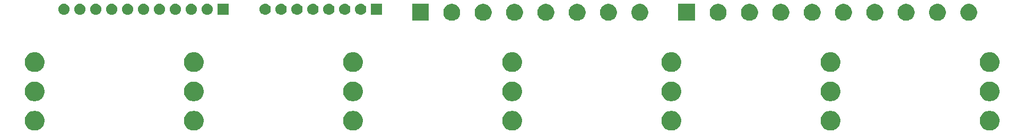
<source format=gbr>
G04 #@! TF.GenerationSoftware,KiCad,Pcbnew,(5.1.2)-2*
G04 #@! TF.CreationDate,2020-02-17T19:57:39-06:00*
G04 #@! TF.ProjectId,Switches4,53776974-6368-4657-9334-2e6b69636164,rev?*
G04 #@! TF.SameCoordinates,Original*
G04 #@! TF.FileFunction,Soldermask,Top*
G04 #@! TF.FilePolarity,Negative*
%FSLAX46Y46*%
G04 Gerber Fmt 4.6, Leading zero omitted, Abs format (unit mm)*
G04 Created by KiCad (PCBNEW (5.1.2)-2) date 2020-02-17 19:57:39*
%MOMM*%
%LPD*%
G04 APERTURE LIST*
%ADD10C,0.100000*%
G04 APERTURE END LIST*
D10*
G36*
X211127267Y-70847263D02*
G01*
X211279411Y-70877526D01*
X211398137Y-70926704D01*
X211566041Y-70996252D01*
X211566042Y-70996253D01*
X211824004Y-71168617D01*
X212043383Y-71387996D01*
X212158553Y-71560361D01*
X212215748Y-71645959D01*
X212334474Y-71932590D01*
X212395000Y-72236875D01*
X212395000Y-72547125D01*
X212334474Y-72851410D01*
X212215748Y-73138041D01*
X212215747Y-73138042D01*
X212043383Y-73396004D01*
X211824004Y-73615383D01*
X211651639Y-73730553D01*
X211566041Y-73787748D01*
X211398137Y-73857296D01*
X211279411Y-73906474D01*
X210975125Y-73967000D01*
X210664875Y-73967000D01*
X210360589Y-73906474D01*
X210241863Y-73857296D01*
X210073959Y-73787748D01*
X209988361Y-73730553D01*
X209815996Y-73615383D01*
X209596617Y-73396004D01*
X209424253Y-73138042D01*
X209424252Y-73138041D01*
X209305526Y-72851410D01*
X209245000Y-72547125D01*
X209245000Y-72236875D01*
X209305526Y-71932590D01*
X209424252Y-71645959D01*
X209481447Y-71560361D01*
X209596617Y-71387996D01*
X209815996Y-71168617D01*
X210073958Y-70996253D01*
X210073959Y-70996252D01*
X210241863Y-70926704D01*
X210360589Y-70877526D01*
X210664875Y-70817000D01*
X210975125Y-70817000D01*
X211127267Y-70847263D01*
X211127267Y-70847263D01*
G37*
G36*
X185727267Y-70847263D02*
G01*
X185879411Y-70877526D01*
X185998137Y-70926704D01*
X186166041Y-70996252D01*
X186166042Y-70996253D01*
X186424004Y-71168617D01*
X186643383Y-71387996D01*
X186758553Y-71560361D01*
X186815748Y-71645959D01*
X186934474Y-71932590D01*
X186995000Y-72236875D01*
X186995000Y-72547125D01*
X186934474Y-72851410D01*
X186815748Y-73138041D01*
X186815747Y-73138042D01*
X186643383Y-73396004D01*
X186424004Y-73615383D01*
X186251639Y-73730553D01*
X186166041Y-73787748D01*
X185998137Y-73857296D01*
X185879411Y-73906474D01*
X185575125Y-73967000D01*
X185264875Y-73967000D01*
X184960589Y-73906474D01*
X184841863Y-73857296D01*
X184673959Y-73787748D01*
X184588361Y-73730553D01*
X184415996Y-73615383D01*
X184196617Y-73396004D01*
X184024253Y-73138042D01*
X184024252Y-73138041D01*
X183905526Y-72851410D01*
X183845000Y-72547125D01*
X183845000Y-72236875D01*
X183905526Y-71932590D01*
X184024252Y-71645959D01*
X184081447Y-71560361D01*
X184196617Y-71387996D01*
X184415996Y-71168617D01*
X184673958Y-70996253D01*
X184673959Y-70996252D01*
X184841863Y-70926704D01*
X184960589Y-70877526D01*
X185264875Y-70817000D01*
X185575125Y-70817000D01*
X185727267Y-70847263D01*
X185727267Y-70847263D01*
G37*
G36*
X84127267Y-70847263D02*
G01*
X84279411Y-70877526D01*
X84398137Y-70926704D01*
X84566041Y-70996252D01*
X84566042Y-70996253D01*
X84824004Y-71168617D01*
X85043383Y-71387996D01*
X85158553Y-71560361D01*
X85215748Y-71645959D01*
X85334474Y-71932590D01*
X85395000Y-72236875D01*
X85395000Y-72547125D01*
X85334474Y-72851410D01*
X85215748Y-73138041D01*
X85215747Y-73138042D01*
X85043383Y-73396004D01*
X84824004Y-73615383D01*
X84651639Y-73730553D01*
X84566041Y-73787748D01*
X84398137Y-73857296D01*
X84279411Y-73906474D01*
X83975125Y-73967000D01*
X83664875Y-73967000D01*
X83360589Y-73906474D01*
X83241863Y-73857296D01*
X83073959Y-73787748D01*
X82988361Y-73730553D01*
X82815996Y-73615383D01*
X82596617Y-73396004D01*
X82424253Y-73138042D01*
X82424252Y-73138041D01*
X82305526Y-72851410D01*
X82245000Y-72547125D01*
X82245000Y-72236875D01*
X82305526Y-71932590D01*
X82424252Y-71645959D01*
X82481447Y-71560361D01*
X82596617Y-71387996D01*
X82815996Y-71168617D01*
X83073958Y-70996253D01*
X83073959Y-70996252D01*
X83241863Y-70926704D01*
X83360589Y-70877526D01*
X83512733Y-70847263D01*
X83664875Y-70817000D01*
X83975125Y-70817000D01*
X84127267Y-70847263D01*
X84127267Y-70847263D01*
G37*
G36*
X109527267Y-70847263D02*
G01*
X109679411Y-70877526D01*
X109798137Y-70926704D01*
X109966041Y-70996252D01*
X109966042Y-70996253D01*
X110224004Y-71168617D01*
X110443383Y-71387996D01*
X110558553Y-71560361D01*
X110615748Y-71645959D01*
X110734474Y-71932590D01*
X110795000Y-72236875D01*
X110795000Y-72547125D01*
X110734474Y-72851410D01*
X110615748Y-73138041D01*
X110615747Y-73138042D01*
X110443383Y-73396004D01*
X110224004Y-73615383D01*
X110051639Y-73730553D01*
X109966041Y-73787748D01*
X109798137Y-73857296D01*
X109679411Y-73906474D01*
X109375125Y-73967000D01*
X109064875Y-73967000D01*
X108760589Y-73906474D01*
X108641863Y-73857296D01*
X108473959Y-73787748D01*
X108388361Y-73730553D01*
X108215996Y-73615383D01*
X107996617Y-73396004D01*
X107824253Y-73138042D01*
X107824252Y-73138041D01*
X107705526Y-72851410D01*
X107645000Y-72547125D01*
X107645000Y-72236875D01*
X107705526Y-71932590D01*
X107824252Y-71645959D01*
X107881447Y-71560361D01*
X107996617Y-71387996D01*
X108215996Y-71168617D01*
X108473958Y-70996253D01*
X108473959Y-70996252D01*
X108641863Y-70926704D01*
X108760589Y-70877526D01*
X108912733Y-70847263D01*
X109064875Y-70817000D01*
X109375125Y-70817000D01*
X109527267Y-70847263D01*
X109527267Y-70847263D01*
G37*
G36*
X160327267Y-70847263D02*
G01*
X160479411Y-70877526D01*
X160598137Y-70926704D01*
X160766041Y-70996252D01*
X160766042Y-70996253D01*
X161024004Y-71168617D01*
X161243383Y-71387996D01*
X161358553Y-71560361D01*
X161415748Y-71645959D01*
X161534474Y-71932590D01*
X161595000Y-72236875D01*
X161595000Y-72547125D01*
X161534474Y-72851410D01*
X161415748Y-73138041D01*
X161415747Y-73138042D01*
X161243383Y-73396004D01*
X161024004Y-73615383D01*
X160851639Y-73730553D01*
X160766041Y-73787748D01*
X160598137Y-73857296D01*
X160479411Y-73906474D01*
X160175125Y-73967000D01*
X159864875Y-73967000D01*
X159560589Y-73906474D01*
X159441863Y-73857296D01*
X159273959Y-73787748D01*
X159188361Y-73730553D01*
X159015996Y-73615383D01*
X158796617Y-73396004D01*
X158624253Y-73138042D01*
X158624252Y-73138041D01*
X158505526Y-72851410D01*
X158445000Y-72547125D01*
X158445000Y-72236875D01*
X158505526Y-71932590D01*
X158624252Y-71645959D01*
X158681447Y-71560361D01*
X158796617Y-71387996D01*
X159015996Y-71168617D01*
X159273958Y-70996253D01*
X159273959Y-70996252D01*
X159441863Y-70926704D01*
X159560589Y-70877526D01*
X159712733Y-70847263D01*
X159864875Y-70817000D01*
X160175125Y-70817000D01*
X160327267Y-70847263D01*
X160327267Y-70847263D01*
G37*
G36*
X58727267Y-70847263D02*
G01*
X58879411Y-70877526D01*
X58998137Y-70926704D01*
X59166041Y-70996252D01*
X59166042Y-70996253D01*
X59424004Y-71168617D01*
X59643383Y-71387996D01*
X59758553Y-71560361D01*
X59815748Y-71645959D01*
X59934474Y-71932590D01*
X59995000Y-72236875D01*
X59995000Y-72547125D01*
X59934474Y-72851410D01*
X59815748Y-73138041D01*
X59815747Y-73138042D01*
X59643383Y-73396004D01*
X59424004Y-73615383D01*
X59251639Y-73730553D01*
X59166041Y-73787748D01*
X58998137Y-73857296D01*
X58879411Y-73906474D01*
X58575125Y-73967000D01*
X58264875Y-73967000D01*
X57960589Y-73906474D01*
X57841863Y-73857296D01*
X57673959Y-73787748D01*
X57588361Y-73730553D01*
X57415996Y-73615383D01*
X57196617Y-73396004D01*
X57024253Y-73138042D01*
X57024252Y-73138041D01*
X56905526Y-72851410D01*
X56845000Y-72547125D01*
X56845000Y-72236875D01*
X56905526Y-71932590D01*
X57024252Y-71645959D01*
X57081447Y-71560361D01*
X57196617Y-71387996D01*
X57415996Y-71168617D01*
X57673958Y-70996253D01*
X57673959Y-70996252D01*
X57841863Y-70926704D01*
X57960589Y-70877526D01*
X58112733Y-70847263D01*
X58264875Y-70817000D01*
X58575125Y-70817000D01*
X58727267Y-70847263D01*
X58727267Y-70847263D01*
G37*
G36*
X134927267Y-70847263D02*
G01*
X135079411Y-70877526D01*
X135198137Y-70926704D01*
X135366041Y-70996252D01*
X135366042Y-70996253D01*
X135624004Y-71168617D01*
X135843383Y-71387996D01*
X135958553Y-71560361D01*
X136015748Y-71645959D01*
X136134474Y-71932590D01*
X136195000Y-72236875D01*
X136195000Y-72547125D01*
X136134474Y-72851410D01*
X136015748Y-73138041D01*
X136015747Y-73138042D01*
X135843383Y-73396004D01*
X135624004Y-73615383D01*
X135451639Y-73730553D01*
X135366041Y-73787748D01*
X135198137Y-73857296D01*
X135079411Y-73906474D01*
X134775125Y-73967000D01*
X134464875Y-73967000D01*
X134160589Y-73906474D01*
X134041863Y-73857296D01*
X133873959Y-73787748D01*
X133788361Y-73730553D01*
X133615996Y-73615383D01*
X133396617Y-73396004D01*
X133224253Y-73138042D01*
X133224252Y-73138041D01*
X133105526Y-72851410D01*
X133045000Y-72547125D01*
X133045000Y-72236875D01*
X133105526Y-71932590D01*
X133224252Y-71645959D01*
X133281447Y-71560361D01*
X133396617Y-71387996D01*
X133615996Y-71168617D01*
X133873958Y-70996253D01*
X133873959Y-70996252D01*
X134041863Y-70926704D01*
X134160589Y-70877526D01*
X134312733Y-70847263D01*
X134464875Y-70817000D01*
X134775125Y-70817000D01*
X134927267Y-70847263D01*
X134927267Y-70847263D01*
G37*
G36*
X135079411Y-66177526D02*
G01*
X135198137Y-66226704D01*
X135366041Y-66296252D01*
X135366042Y-66296253D01*
X135624004Y-66468617D01*
X135843383Y-66687996D01*
X135958553Y-66860361D01*
X136015748Y-66945959D01*
X136134474Y-67232590D01*
X136195000Y-67536875D01*
X136195000Y-67847125D01*
X136134474Y-68151410D01*
X136015748Y-68438041D01*
X136015747Y-68438042D01*
X135843383Y-68696004D01*
X135624004Y-68915383D01*
X135451639Y-69030553D01*
X135366041Y-69087748D01*
X135198137Y-69157296D01*
X135079411Y-69206474D01*
X134927267Y-69236737D01*
X134775125Y-69267000D01*
X134464875Y-69267000D01*
X134312733Y-69236737D01*
X134160589Y-69206474D01*
X134041863Y-69157296D01*
X133873959Y-69087748D01*
X133788361Y-69030553D01*
X133615996Y-68915383D01*
X133396617Y-68696004D01*
X133224253Y-68438042D01*
X133224252Y-68438041D01*
X133105526Y-68151410D01*
X133045000Y-67847125D01*
X133045000Y-67536875D01*
X133105526Y-67232590D01*
X133224252Y-66945959D01*
X133281447Y-66860361D01*
X133396617Y-66687996D01*
X133615996Y-66468617D01*
X133873958Y-66296253D01*
X133873959Y-66296252D01*
X134041863Y-66226704D01*
X134160589Y-66177526D01*
X134464875Y-66117000D01*
X134775125Y-66117000D01*
X135079411Y-66177526D01*
X135079411Y-66177526D01*
G37*
G36*
X211279411Y-66177526D02*
G01*
X211398137Y-66226704D01*
X211566041Y-66296252D01*
X211566042Y-66296253D01*
X211824004Y-66468617D01*
X212043383Y-66687996D01*
X212158553Y-66860361D01*
X212215748Y-66945959D01*
X212334474Y-67232590D01*
X212395000Y-67536875D01*
X212395000Y-67847125D01*
X212334474Y-68151410D01*
X212215748Y-68438041D01*
X212215747Y-68438042D01*
X212043383Y-68696004D01*
X211824004Y-68915383D01*
X211651639Y-69030553D01*
X211566041Y-69087748D01*
X211398137Y-69157296D01*
X211279411Y-69206474D01*
X211127267Y-69236737D01*
X210975125Y-69267000D01*
X210664875Y-69267000D01*
X210512733Y-69236737D01*
X210360589Y-69206474D01*
X210241863Y-69157296D01*
X210073959Y-69087748D01*
X209988361Y-69030553D01*
X209815996Y-68915383D01*
X209596617Y-68696004D01*
X209424253Y-68438042D01*
X209424252Y-68438041D01*
X209305526Y-68151410D01*
X209245000Y-67847125D01*
X209245000Y-67536875D01*
X209305526Y-67232590D01*
X209424252Y-66945959D01*
X209481447Y-66860361D01*
X209596617Y-66687996D01*
X209815996Y-66468617D01*
X210073958Y-66296253D01*
X210073959Y-66296252D01*
X210241863Y-66226704D01*
X210360589Y-66177526D01*
X210664875Y-66117000D01*
X210975125Y-66117000D01*
X211279411Y-66177526D01*
X211279411Y-66177526D01*
G37*
G36*
X58879411Y-66177526D02*
G01*
X58998137Y-66226704D01*
X59166041Y-66296252D01*
X59166042Y-66296253D01*
X59424004Y-66468617D01*
X59643383Y-66687996D01*
X59758553Y-66860361D01*
X59815748Y-66945959D01*
X59934474Y-67232590D01*
X59995000Y-67536875D01*
X59995000Y-67847125D01*
X59934474Y-68151410D01*
X59815748Y-68438041D01*
X59815747Y-68438042D01*
X59643383Y-68696004D01*
X59424004Y-68915383D01*
X59251639Y-69030553D01*
X59166041Y-69087748D01*
X58998137Y-69157296D01*
X58879411Y-69206474D01*
X58727267Y-69236737D01*
X58575125Y-69267000D01*
X58264875Y-69267000D01*
X58112733Y-69236737D01*
X57960589Y-69206474D01*
X57841863Y-69157296D01*
X57673959Y-69087748D01*
X57588361Y-69030553D01*
X57415996Y-68915383D01*
X57196617Y-68696004D01*
X57024253Y-68438042D01*
X57024252Y-68438041D01*
X56905526Y-68151410D01*
X56845000Y-67847125D01*
X56845000Y-67536875D01*
X56905526Y-67232590D01*
X57024252Y-66945959D01*
X57081447Y-66860361D01*
X57196617Y-66687996D01*
X57415996Y-66468617D01*
X57673958Y-66296253D01*
X57673959Y-66296252D01*
X57841863Y-66226704D01*
X57960589Y-66177526D01*
X58264875Y-66117000D01*
X58575125Y-66117000D01*
X58879411Y-66177526D01*
X58879411Y-66177526D01*
G37*
G36*
X185879411Y-66177526D02*
G01*
X185998137Y-66226704D01*
X186166041Y-66296252D01*
X186166042Y-66296253D01*
X186424004Y-66468617D01*
X186643383Y-66687996D01*
X186758553Y-66860361D01*
X186815748Y-66945959D01*
X186934474Y-67232590D01*
X186995000Y-67536875D01*
X186995000Y-67847125D01*
X186934474Y-68151410D01*
X186815748Y-68438041D01*
X186815747Y-68438042D01*
X186643383Y-68696004D01*
X186424004Y-68915383D01*
X186251639Y-69030553D01*
X186166041Y-69087748D01*
X185998137Y-69157296D01*
X185879411Y-69206474D01*
X185727267Y-69236737D01*
X185575125Y-69267000D01*
X185264875Y-69267000D01*
X185112733Y-69236737D01*
X184960589Y-69206474D01*
X184841863Y-69157296D01*
X184673959Y-69087748D01*
X184588361Y-69030553D01*
X184415996Y-68915383D01*
X184196617Y-68696004D01*
X184024253Y-68438042D01*
X184024252Y-68438041D01*
X183905526Y-68151410D01*
X183845000Y-67847125D01*
X183845000Y-67536875D01*
X183905526Y-67232590D01*
X184024252Y-66945959D01*
X184081447Y-66860361D01*
X184196617Y-66687996D01*
X184415996Y-66468617D01*
X184673958Y-66296253D01*
X184673959Y-66296252D01*
X184841863Y-66226704D01*
X184960589Y-66177526D01*
X185264875Y-66117000D01*
X185575125Y-66117000D01*
X185879411Y-66177526D01*
X185879411Y-66177526D01*
G37*
G36*
X160479411Y-66177526D02*
G01*
X160598137Y-66226704D01*
X160766041Y-66296252D01*
X160766042Y-66296253D01*
X161024004Y-66468617D01*
X161243383Y-66687996D01*
X161358553Y-66860361D01*
X161415748Y-66945959D01*
X161534474Y-67232590D01*
X161595000Y-67536875D01*
X161595000Y-67847125D01*
X161534474Y-68151410D01*
X161415748Y-68438041D01*
X161415747Y-68438042D01*
X161243383Y-68696004D01*
X161024004Y-68915383D01*
X160851639Y-69030553D01*
X160766041Y-69087748D01*
X160598137Y-69157296D01*
X160479411Y-69206474D01*
X160327267Y-69236737D01*
X160175125Y-69267000D01*
X159864875Y-69267000D01*
X159712733Y-69236737D01*
X159560589Y-69206474D01*
X159441863Y-69157296D01*
X159273959Y-69087748D01*
X159188361Y-69030553D01*
X159015996Y-68915383D01*
X158796617Y-68696004D01*
X158624253Y-68438042D01*
X158624252Y-68438041D01*
X158505526Y-68151410D01*
X158445000Y-67847125D01*
X158445000Y-67536875D01*
X158505526Y-67232590D01*
X158624252Y-66945959D01*
X158681447Y-66860361D01*
X158796617Y-66687996D01*
X159015996Y-66468617D01*
X159273958Y-66296253D01*
X159273959Y-66296252D01*
X159441863Y-66226704D01*
X159560589Y-66177526D01*
X159864875Y-66117000D01*
X160175125Y-66117000D01*
X160479411Y-66177526D01*
X160479411Y-66177526D01*
G37*
G36*
X109679411Y-66177526D02*
G01*
X109798137Y-66226704D01*
X109966041Y-66296252D01*
X109966042Y-66296253D01*
X110224004Y-66468617D01*
X110443383Y-66687996D01*
X110558553Y-66860361D01*
X110615748Y-66945959D01*
X110734474Y-67232590D01*
X110795000Y-67536875D01*
X110795000Y-67847125D01*
X110734474Y-68151410D01*
X110615748Y-68438041D01*
X110615747Y-68438042D01*
X110443383Y-68696004D01*
X110224004Y-68915383D01*
X110051639Y-69030553D01*
X109966041Y-69087748D01*
X109798137Y-69157296D01*
X109679411Y-69206474D01*
X109527267Y-69236737D01*
X109375125Y-69267000D01*
X109064875Y-69267000D01*
X108912733Y-69236737D01*
X108760589Y-69206474D01*
X108641863Y-69157296D01*
X108473959Y-69087748D01*
X108388361Y-69030553D01*
X108215996Y-68915383D01*
X107996617Y-68696004D01*
X107824253Y-68438042D01*
X107824252Y-68438041D01*
X107705526Y-68151410D01*
X107645000Y-67847125D01*
X107645000Y-67536875D01*
X107705526Y-67232590D01*
X107824252Y-66945959D01*
X107881447Y-66860361D01*
X107996617Y-66687996D01*
X108215996Y-66468617D01*
X108473958Y-66296253D01*
X108473959Y-66296252D01*
X108641863Y-66226704D01*
X108760589Y-66177526D01*
X109064875Y-66117000D01*
X109375125Y-66117000D01*
X109679411Y-66177526D01*
X109679411Y-66177526D01*
G37*
G36*
X84279411Y-66177526D02*
G01*
X84398137Y-66226704D01*
X84566041Y-66296252D01*
X84566042Y-66296253D01*
X84824004Y-66468617D01*
X85043383Y-66687996D01*
X85158553Y-66860361D01*
X85215748Y-66945959D01*
X85334474Y-67232590D01*
X85395000Y-67536875D01*
X85395000Y-67847125D01*
X85334474Y-68151410D01*
X85215748Y-68438041D01*
X85215747Y-68438042D01*
X85043383Y-68696004D01*
X84824004Y-68915383D01*
X84651639Y-69030553D01*
X84566041Y-69087748D01*
X84398137Y-69157296D01*
X84279411Y-69206474D01*
X84127267Y-69236737D01*
X83975125Y-69267000D01*
X83664875Y-69267000D01*
X83512733Y-69236737D01*
X83360589Y-69206474D01*
X83241863Y-69157296D01*
X83073959Y-69087748D01*
X82988361Y-69030553D01*
X82815996Y-68915383D01*
X82596617Y-68696004D01*
X82424253Y-68438042D01*
X82424252Y-68438041D01*
X82305526Y-68151410D01*
X82245000Y-67847125D01*
X82245000Y-67536875D01*
X82305526Y-67232590D01*
X82424252Y-66945959D01*
X82481447Y-66860361D01*
X82596617Y-66687996D01*
X82815996Y-66468617D01*
X83073958Y-66296253D01*
X83073959Y-66296252D01*
X83241863Y-66226704D01*
X83360589Y-66177526D01*
X83664875Y-66117000D01*
X83975125Y-66117000D01*
X84279411Y-66177526D01*
X84279411Y-66177526D01*
G37*
G36*
X185727267Y-61447263D02*
G01*
X185879411Y-61477526D01*
X185998137Y-61526704D01*
X186166041Y-61596252D01*
X186166042Y-61596253D01*
X186424004Y-61768617D01*
X186643383Y-61987996D01*
X186758553Y-62160361D01*
X186815748Y-62245959D01*
X186934474Y-62532590D01*
X186995000Y-62836875D01*
X186995000Y-63147125D01*
X186934474Y-63451410D01*
X186815748Y-63738041D01*
X186815747Y-63738042D01*
X186643383Y-63996004D01*
X186424004Y-64215383D01*
X186251639Y-64330553D01*
X186166041Y-64387748D01*
X185998137Y-64457296D01*
X185879411Y-64506474D01*
X185727267Y-64536737D01*
X185575125Y-64567000D01*
X185264875Y-64567000D01*
X185112733Y-64536737D01*
X184960589Y-64506474D01*
X184841863Y-64457296D01*
X184673959Y-64387748D01*
X184588361Y-64330553D01*
X184415996Y-64215383D01*
X184196617Y-63996004D01*
X184024253Y-63738042D01*
X184024252Y-63738041D01*
X183905526Y-63451410D01*
X183845000Y-63147125D01*
X183845000Y-62836875D01*
X183905526Y-62532590D01*
X184024252Y-62245959D01*
X184081447Y-62160361D01*
X184196617Y-61987996D01*
X184415996Y-61768617D01*
X184673958Y-61596253D01*
X184673959Y-61596252D01*
X184841863Y-61526704D01*
X184960589Y-61477526D01*
X185112733Y-61447263D01*
X185264875Y-61417000D01*
X185575125Y-61417000D01*
X185727267Y-61447263D01*
X185727267Y-61447263D01*
G37*
G36*
X84127267Y-61447263D02*
G01*
X84279411Y-61477526D01*
X84398137Y-61526704D01*
X84566041Y-61596252D01*
X84566042Y-61596253D01*
X84824004Y-61768617D01*
X85043383Y-61987996D01*
X85158553Y-62160361D01*
X85215748Y-62245959D01*
X85334474Y-62532590D01*
X85395000Y-62836875D01*
X85395000Y-63147125D01*
X85334474Y-63451410D01*
X85215748Y-63738041D01*
X85215747Y-63738042D01*
X85043383Y-63996004D01*
X84824004Y-64215383D01*
X84651639Y-64330553D01*
X84566041Y-64387748D01*
X84398137Y-64457296D01*
X84279411Y-64506474D01*
X84127267Y-64536737D01*
X83975125Y-64567000D01*
X83664875Y-64567000D01*
X83512733Y-64536737D01*
X83360589Y-64506474D01*
X83241863Y-64457296D01*
X83073959Y-64387748D01*
X82988361Y-64330553D01*
X82815996Y-64215383D01*
X82596617Y-63996004D01*
X82424253Y-63738042D01*
X82424252Y-63738041D01*
X82305526Y-63451410D01*
X82245000Y-63147125D01*
X82245000Y-62836875D01*
X82305526Y-62532590D01*
X82424252Y-62245959D01*
X82481447Y-62160361D01*
X82596617Y-61987996D01*
X82815996Y-61768617D01*
X83073958Y-61596253D01*
X83073959Y-61596252D01*
X83241863Y-61526704D01*
X83360589Y-61477526D01*
X83512733Y-61447263D01*
X83664875Y-61417000D01*
X83975125Y-61417000D01*
X84127267Y-61447263D01*
X84127267Y-61447263D01*
G37*
G36*
X211127267Y-61447263D02*
G01*
X211279411Y-61477526D01*
X211398137Y-61526704D01*
X211566041Y-61596252D01*
X211566042Y-61596253D01*
X211824004Y-61768617D01*
X212043383Y-61987996D01*
X212158553Y-62160361D01*
X212215748Y-62245959D01*
X212334474Y-62532590D01*
X212395000Y-62836875D01*
X212395000Y-63147125D01*
X212334474Y-63451410D01*
X212215748Y-63738041D01*
X212215747Y-63738042D01*
X212043383Y-63996004D01*
X211824004Y-64215383D01*
X211651639Y-64330553D01*
X211566041Y-64387748D01*
X211398137Y-64457296D01*
X211279411Y-64506474D01*
X211127267Y-64536737D01*
X210975125Y-64567000D01*
X210664875Y-64567000D01*
X210512733Y-64536737D01*
X210360589Y-64506474D01*
X210241863Y-64457296D01*
X210073959Y-64387748D01*
X209988361Y-64330553D01*
X209815996Y-64215383D01*
X209596617Y-63996004D01*
X209424253Y-63738042D01*
X209424252Y-63738041D01*
X209305526Y-63451410D01*
X209245000Y-63147125D01*
X209245000Y-62836875D01*
X209305526Y-62532590D01*
X209424252Y-62245959D01*
X209481447Y-62160361D01*
X209596617Y-61987996D01*
X209815996Y-61768617D01*
X210073958Y-61596253D01*
X210073959Y-61596252D01*
X210241863Y-61526704D01*
X210360589Y-61477526D01*
X210512733Y-61447263D01*
X210664875Y-61417000D01*
X210975125Y-61417000D01*
X211127267Y-61447263D01*
X211127267Y-61447263D01*
G37*
G36*
X58727267Y-61447263D02*
G01*
X58879411Y-61477526D01*
X58998137Y-61526704D01*
X59166041Y-61596252D01*
X59166042Y-61596253D01*
X59424004Y-61768617D01*
X59643383Y-61987996D01*
X59758553Y-62160361D01*
X59815748Y-62245959D01*
X59934474Y-62532590D01*
X59995000Y-62836875D01*
X59995000Y-63147125D01*
X59934474Y-63451410D01*
X59815748Y-63738041D01*
X59815747Y-63738042D01*
X59643383Y-63996004D01*
X59424004Y-64215383D01*
X59251639Y-64330553D01*
X59166041Y-64387748D01*
X58998137Y-64457296D01*
X58879411Y-64506474D01*
X58727267Y-64536737D01*
X58575125Y-64567000D01*
X58264875Y-64567000D01*
X58112733Y-64536737D01*
X57960589Y-64506474D01*
X57841863Y-64457296D01*
X57673959Y-64387748D01*
X57588361Y-64330553D01*
X57415996Y-64215383D01*
X57196617Y-63996004D01*
X57024253Y-63738042D01*
X57024252Y-63738041D01*
X56905526Y-63451410D01*
X56845000Y-63147125D01*
X56845000Y-62836875D01*
X56905526Y-62532590D01*
X57024252Y-62245959D01*
X57081447Y-62160361D01*
X57196617Y-61987996D01*
X57415996Y-61768617D01*
X57673958Y-61596253D01*
X57673959Y-61596252D01*
X57841863Y-61526704D01*
X57960589Y-61477526D01*
X58112733Y-61447263D01*
X58264875Y-61417000D01*
X58575125Y-61417000D01*
X58727267Y-61447263D01*
X58727267Y-61447263D01*
G37*
G36*
X160327267Y-61447263D02*
G01*
X160479411Y-61477526D01*
X160598137Y-61526704D01*
X160766041Y-61596252D01*
X160766042Y-61596253D01*
X161024004Y-61768617D01*
X161243383Y-61987996D01*
X161358553Y-62160361D01*
X161415748Y-62245959D01*
X161534474Y-62532590D01*
X161595000Y-62836875D01*
X161595000Y-63147125D01*
X161534474Y-63451410D01*
X161415748Y-63738041D01*
X161415747Y-63738042D01*
X161243383Y-63996004D01*
X161024004Y-64215383D01*
X160851639Y-64330553D01*
X160766041Y-64387748D01*
X160598137Y-64457296D01*
X160479411Y-64506474D01*
X160327267Y-64536737D01*
X160175125Y-64567000D01*
X159864875Y-64567000D01*
X159712733Y-64536737D01*
X159560589Y-64506474D01*
X159441863Y-64457296D01*
X159273959Y-64387748D01*
X159188361Y-64330553D01*
X159015996Y-64215383D01*
X158796617Y-63996004D01*
X158624253Y-63738042D01*
X158624252Y-63738041D01*
X158505526Y-63451410D01*
X158445000Y-63147125D01*
X158445000Y-62836875D01*
X158505526Y-62532590D01*
X158624252Y-62245959D01*
X158681447Y-62160361D01*
X158796617Y-61987996D01*
X159015996Y-61768617D01*
X159273958Y-61596253D01*
X159273959Y-61596252D01*
X159441863Y-61526704D01*
X159560589Y-61477526D01*
X159712733Y-61447263D01*
X159864875Y-61417000D01*
X160175125Y-61417000D01*
X160327267Y-61447263D01*
X160327267Y-61447263D01*
G37*
G36*
X109527267Y-61447263D02*
G01*
X109679411Y-61477526D01*
X109798137Y-61526704D01*
X109966041Y-61596252D01*
X109966042Y-61596253D01*
X110224004Y-61768617D01*
X110443383Y-61987996D01*
X110558553Y-62160361D01*
X110615748Y-62245959D01*
X110734474Y-62532590D01*
X110795000Y-62836875D01*
X110795000Y-63147125D01*
X110734474Y-63451410D01*
X110615748Y-63738041D01*
X110615747Y-63738042D01*
X110443383Y-63996004D01*
X110224004Y-64215383D01*
X110051639Y-64330553D01*
X109966041Y-64387748D01*
X109798137Y-64457296D01*
X109679411Y-64506474D01*
X109527267Y-64536737D01*
X109375125Y-64567000D01*
X109064875Y-64567000D01*
X108912733Y-64536737D01*
X108760589Y-64506474D01*
X108641863Y-64457296D01*
X108473959Y-64387748D01*
X108388361Y-64330553D01*
X108215996Y-64215383D01*
X107996617Y-63996004D01*
X107824253Y-63738042D01*
X107824252Y-63738041D01*
X107705526Y-63451410D01*
X107645000Y-63147125D01*
X107645000Y-62836875D01*
X107705526Y-62532590D01*
X107824252Y-62245959D01*
X107881447Y-62160361D01*
X107996617Y-61987996D01*
X108215996Y-61768617D01*
X108473958Y-61596253D01*
X108473959Y-61596252D01*
X108641863Y-61526704D01*
X108760589Y-61477526D01*
X108912733Y-61447263D01*
X109064875Y-61417000D01*
X109375125Y-61417000D01*
X109527267Y-61447263D01*
X109527267Y-61447263D01*
G37*
G36*
X134927267Y-61447263D02*
G01*
X135079411Y-61477526D01*
X135198137Y-61526704D01*
X135366041Y-61596252D01*
X135366042Y-61596253D01*
X135624004Y-61768617D01*
X135843383Y-61987996D01*
X135958553Y-62160361D01*
X136015748Y-62245959D01*
X136134474Y-62532590D01*
X136195000Y-62836875D01*
X136195000Y-63147125D01*
X136134474Y-63451410D01*
X136015748Y-63738041D01*
X136015747Y-63738042D01*
X135843383Y-63996004D01*
X135624004Y-64215383D01*
X135451639Y-64330553D01*
X135366041Y-64387748D01*
X135198137Y-64457296D01*
X135079411Y-64506474D01*
X134927267Y-64536737D01*
X134775125Y-64567000D01*
X134464875Y-64567000D01*
X134312733Y-64536737D01*
X134160589Y-64506474D01*
X134041863Y-64457296D01*
X133873959Y-64387748D01*
X133788361Y-64330553D01*
X133615996Y-64215383D01*
X133396617Y-63996004D01*
X133224253Y-63738042D01*
X133224252Y-63738041D01*
X133105526Y-63451410D01*
X133045000Y-63147125D01*
X133045000Y-62836875D01*
X133105526Y-62532590D01*
X133224252Y-62245959D01*
X133281447Y-62160361D01*
X133396617Y-61987996D01*
X133615996Y-61768617D01*
X133873958Y-61596253D01*
X133873959Y-61596252D01*
X134041863Y-61526704D01*
X134160589Y-61477526D01*
X134312733Y-61447263D01*
X134464875Y-61417000D01*
X134775125Y-61417000D01*
X134927267Y-61447263D01*
X134927267Y-61447263D01*
G37*
G36*
X207894072Y-53700918D02*
G01*
X208139939Y-53802759D01*
X208361212Y-53950610D01*
X208549390Y-54138788D01*
X208672727Y-54323373D01*
X208697242Y-54360063D01*
X208799082Y-54605928D01*
X208813145Y-54676625D01*
X208851000Y-54866938D01*
X208851000Y-55133062D01*
X208799082Y-55394072D01*
X208697241Y-55639939D01*
X208549390Y-55861212D01*
X208361212Y-56049390D01*
X208139939Y-56197241D01*
X208139938Y-56197242D01*
X208139937Y-56197242D01*
X207894072Y-56299082D01*
X207633063Y-56351000D01*
X207366937Y-56351000D01*
X207105928Y-56299082D01*
X206860063Y-56197242D01*
X206860062Y-56197242D01*
X206860061Y-56197241D01*
X206638788Y-56049390D01*
X206450610Y-55861212D01*
X206302759Y-55639939D01*
X206200918Y-55394072D01*
X206149000Y-55133062D01*
X206149000Y-54866938D01*
X206186856Y-54676625D01*
X206200918Y-54605928D01*
X206302758Y-54360063D01*
X206327274Y-54323373D01*
X206450610Y-54138788D01*
X206638788Y-53950610D01*
X206860061Y-53802759D01*
X207105928Y-53700918D01*
X207366937Y-53649000D01*
X207633063Y-53649000D01*
X207894072Y-53700918D01*
X207894072Y-53700918D01*
G37*
G36*
X202894072Y-53700918D02*
G01*
X203139939Y-53802759D01*
X203361212Y-53950610D01*
X203549390Y-54138788D01*
X203672727Y-54323373D01*
X203697242Y-54360063D01*
X203799082Y-54605928D01*
X203813145Y-54676625D01*
X203851000Y-54866938D01*
X203851000Y-55133062D01*
X203799082Y-55394072D01*
X203697241Y-55639939D01*
X203549390Y-55861212D01*
X203361212Y-56049390D01*
X203139939Y-56197241D01*
X203139938Y-56197242D01*
X203139937Y-56197242D01*
X202894072Y-56299082D01*
X202633063Y-56351000D01*
X202366937Y-56351000D01*
X202105928Y-56299082D01*
X201860063Y-56197242D01*
X201860062Y-56197242D01*
X201860061Y-56197241D01*
X201638788Y-56049390D01*
X201450610Y-55861212D01*
X201302759Y-55639939D01*
X201200918Y-55394072D01*
X201149000Y-55133062D01*
X201149000Y-54866938D01*
X201186856Y-54676625D01*
X201200918Y-54605928D01*
X201302758Y-54360063D01*
X201327274Y-54323373D01*
X201450610Y-54138788D01*
X201638788Y-53950610D01*
X201860061Y-53802759D01*
X202105928Y-53700918D01*
X202366937Y-53649000D01*
X202633063Y-53649000D01*
X202894072Y-53700918D01*
X202894072Y-53700918D01*
G37*
G36*
X197894072Y-53700918D02*
G01*
X198139939Y-53802759D01*
X198361212Y-53950610D01*
X198549390Y-54138788D01*
X198672727Y-54323373D01*
X198697242Y-54360063D01*
X198799082Y-54605928D01*
X198813145Y-54676625D01*
X198851000Y-54866938D01*
X198851000Y-55133062D01*
X198799082Y-55394072D01*
X198697241Y-55639939D01*
X198549390Y-55861212D01*
X198361212Y-56049390D01*
X198139939Y-56197241D01*
X198139938Y-56197242D01*
X198139937Y-56197242D01*
X197894072Y-56299082D01*
X197633063Y-56351000D01*
X197366937Y-56351000D01*
X197105928Y-56299082D01*
X196860063Y-56197242D01*
X196860062Y-56197242D01*
X196860061Y-56197241D01*
X196638788Y-56049390D01*
X196450610Y-55861212D01*
X196302759Y-55639939D01*
X196200918Y-55394072D01*
X196149000Y-55133062D01*
X196149000Y-54866938D01*
X196186856Y-54676625D01*
X196200918Y-54605928D01*
X196302758Y-54360063D01*
X196327274Y-54323373D01*
X196450610Y-54138788D01*
X196638788Y-53950610D01*
X196860061Y-53802759D01*
X197105928Y-53700918D01*
X197366937Y-53649000D01*
X197633063Y-53649000D01*
X197894072Y-53700918D01*
X197894072Y-53700918D01*
G37*
G36*
X192894072Y-53700918D02*
G01*
X193139939Y-53802759D01*
X193361212Y-53950610D01*
X193549390Y-54138788D01*
X193672727Y-54323373D01*
X193697242Y-54360063D01*
X193799082Y-54605928D01*
X193813145Y-54676625D01*
X193851000Y-54866938D01*
X193851000Y-55133062D01*
X193799082Y-55394072D01*
X193697241Y-55639939D01*
X193549390Y-55861212D01*
X193361212Y-56049390D01*
X193139939Y-56197241D01*
X193139938Y-56197242D01*
X193139937Y-56197242D01*
X192894072Y-56299082D01*
X192633063Y-56351000D01*
X192366937Y-56351000D01*
X192105928Y-56299082D01*
X191860063Y-56197242D01*
X191860062Y-56197242D01*
X191860061Y-56197241D01*
X191638788Y-56049390D01*
X191450610Y-55861212D01*
X191302759Y-55639939D01*
X191200918Y-55394072D01*
X191149000Y-55133062D01*
X191149000Y-54866938D01*
X191186856Y-54676625D01*
X191200918Y-54605928D01*
X191302758Y-54360063D01*
X191327274Y-54323373D01*
X191450610Y-54138788D01*
X191638788Y-53950610D01*
X191860061Y-53802759D01*
X192105928Y-53700918D01*
X192366937Y-53649000D01*
X192633063Y-53649000D01*
X192894072Y-53700918D01*
X192894072Y-53700918D01*
G37*
G36*
X187894072Y-53700918D02*
G01*
X188139939Y-53802759D01*
X188361212Y-53950610D01*
X188549390Y-54138788D01*
X188672727Y-54323373D01*
X188697242Y-54360063D01*
X188799082Y-54605928D01*
X188813145Y-54676625D01*
X188851000Y-54866938D01*
X188851000Y-55133062D01*
X188799082Y-55394072D01*
X188697241Y-55639939D01*
X188549390Y-55861212D01*
X188361212Y-56049390D01*
X188139939Y-56197241D01*
X188139938Y-56197242D01*
X188139937Y-56197242D01*
X187894072Y-56299082D01*
X187633063Y-56351000D01*
X187366937Y-56351000D01*
X187105928Y-56299082D01*
X186860063Y-56197242D01*
X186860062Y-56197242D01*
X186860061Y-56197241D01*
X186638788Y-56049390D01*
X186450610Y-55861212D01*
X186302759Y-55639939D01*
X186200918Y-55394072D01*
X186149000Y-55133062D01*
X186149000Y-54866938D01*
X186186856Y-54676625D01*
X186200918Y-54605928D01*
X186302758Y-54360063D01*
X186327274Y-54323373D01*
X186450610Y-54138788D01*
X186638788Y-53950610D01*
X186860061Y-53802759D01*
X187105928Y-53700918D01*
X187366937Y-53649000D01*
X187633063Y-53649000D01*
X187894072Y-53700918D01*
X187894072Y-53700918D01*
G37*
G36*
X182894072Y-53700918D02*
G01*
X183139939Y-53802759D01*
X183361212Y-53950610D01*
X183549390Y-54138788D01*
X183672727Y-54323373D01*
X183697242Y-54360063D01*
X183799082Y-54605928D01*
X183813145Y-54676625D01*
X183851000Y-54866938D01*
X183851000Y-55133062D01*
X183799082Y-55394072D01*
X183697241Y-55639939D01*
X183549390Y-55861212D01*
X183361212Y-56049390D01*
X183139939Y-56197241D01*
X183139938Y-56197242D01*
X183139937Y-56197242D01*
X182894072Y-56299082D01*
X182633063Y-56351000D01*
X182366937Y-56351000D01*
X182105928Y-56299082D01*
X181860063Y-56197242D01*
X181860062Y-56197242D01*
X181860061Y-56197241D01*
X181638788Y-56049390D01*
X181450610Y-55861212D01*
X181302759Y-55639939D01*
X181200918Y-55394072D01*
X181149000Y-55133062D01*
X181149000Y-54866938D01*
X181186856Y-54676625D01*
X181200918Y-54605928D01*
X181302758Y-54360063D01*
X181327274Y-54323373D01*
X181450610Y-54138788D01*
X181638788Y-53950610D01*
X181860061Y-53802759D01*
X182105928Y-53700918D01*
X182366937Y-53649000D01*
X182633063Y-53649000D01*
X182894072Y-53700918D01*
X182894072Y-53700918D01*
G37*
G36*
X177894072Y-53700918D02*
G01*
X178139939Y-53802759D01*
X178361212Y-53950610D01*
X178549390Y-54138788D01*
X178672727Y-54323373D01*
X178697242Y-54360063D01*
X178799082Y-54605928D01*
X178813145Y-54676625D01*
X178851000Y-54866938D01*
X178851000Y-55133062D01*
X178799082Y-55394072D01*
X178697241Y-55639939D01*
X178549390Y-55861212D01*
X178361212Y-56049390D01*
X178139939Y-56197241D01*
X178139938Y-56197242D01*
X178139937Y-56197242D01*
X177894072Y-56299082D01*
X177633063Y-56351000D01*
X177366937Y-56351000D01*
X177105928Y-56299082D01*
X176860063Y-56197242D01*
X176860062Y-56197242D01*
X176860061Y-56197241D01*
X176638788Y-56049390D01*
X176450610Y-55861212D01*
X176302759Y-55639939D01*
X176200918Y-55394072D01*
X176149000Y-55133062D01*
X176149000Y-54866938D01*
X176186856Y-54676625D01*
X176200918Y-54605928D01*
X176302758Y-54360063D01*
X176327274Y-54323373D01*
X176450610Y-54138788D01*
X176638788Y-53950610D01*
X176860061Y-53802759D01*
X177105928Y-53700918D01*
X177366937Y-53649000D01*
X177633063Y-53649000D01*
X177894072Y-53700918D01*
X177894072Y-53700918D01*
G37*
G36*
X172894072Y-53700918D02*
G01*
X173139939Y-53802759D01*
X173361212Y-53950610D01*
X173549390Y-54138788D01*
X173672727Y-54323373D01*
X173697242Y-54360063D01*
X173799082Y-54605928D01*
X173813145Y-54676625D01*
X173851000Y-54866938D01*
X173851000Y-55133062D01*
X173799082Y-55394072D01*
X173697241Y-55639939D01*
X173549390Y-55861212D01*
X173361212Y-56049390D01*
X173139939Y-56197241D01*
X173139938Y-56197242D01*
X173139937Y-56197242D01*
X172894072Y-56299082D01*
X172633063Y-56351000D01*
X172366937Y-56351000D01*
X172105928Y-56299082D01*
X171860063Y-56197242D01*
X171860062Y-56197242D01*
X171860061Y-56197241D01*
X171638788Y-56049390D01*
X171450610Y-55861212D01*
X171302759Y-55639939D01*
X171200918Y-55394072D01*
X171149000Y-55133062D01*
X171149000Y-54866938D01*
X171186856Y-54676625D01*
X171200918Y-54605928D01*
X171302758Y-54360063D01*
X171327274Y-54323373D01*
X171450610Y-54138788D01*
X171638788Y-53950610D01*
X171860061Y-53802759D01*
X172105928Y-53700918D01*
X172366937Y-53649000D01*
X172633063Y-53649000D01*
X172894072Y-53700918D01*
X172894072Y-53700918D01*
G37*
G36*
X121351000Y-56351000D02*
G01*
X118649000Y-56351000D01*
X118649000Y-53649000D01*
X121351000Y-53649000D01*
X121351000Y-56351000D01*
X121351000Y-56351000D01*
G37*
G36*
X155394072Y-53700918D02*
G01*
X155639939Y-53802759D01*
X155861212Y-53950610D01*
X156049390Y-54138788D01*
X156172727Y-54323373D01*
X156197242Y-54360063D01*
X156299082Y-54605928D01*
X156313145Y-54676625D01*
X156351000Y-54866938D01*
X156351000Y-55133062D01*
X156299082Y-55394072D01*
X156197241Y-55639939D01*
X156049390Y-55861212D01*
X155861212Y-56049390D01*
X155639939Y-56197241D01*
X155639938Y-56197242D01*
X155639937Y-56197242D01*
X155394072Y-56299082D01*
X155133063Y-56351000D01*
X154866937Y-56351000D01*
X154605928Y-56299082D01*
X154360063Y-56197242D01*
X154360062Y-56197242D01*
X154360061Y-56197241D01*
X154138788Y-56049390D01*
X153950610Y-55861212D01*
X153802759Y-55639939D01*
X153700918Y-55394072D01*
X153649000Y-55133062D01*
X153649000Y-54866938D01*
X153686856Y-54676625D01*
X153700918Y-54605928D01*
X153802758Y-54360063D01*
X153827274Y-54323373D01*
X153950610Y-54138788D01*
X154138788Y-53950610D01*
X154360061Y-53802759D01*
X154605928Y-53700918D01*
X154866937Y-53649000D01*
X155133063Y-53649000D01*
X155394072Y-53700918D01*
X155394072Y-53700918D01*
G37*
G36*
X167894072Y-53700918D02*
G01*
X168139939Y-53802759D01*
X168361212Y-53950610D01*
X168549390Y-54138788D01*
X168672727Y-54323373D01*
X168697242Y-54360063D01*
X168799082Y-54605928D01*
X168813145Y-54676625D01*
X168851000Y-54866938D01*
X168851000Y-55133062D01*
X168799082Y-55394072D01*
X168697241Y-55639939D01*
X168549390Y-55861212D01*
X168361212Y-56049390D01*
X168139939Y-56197241D01*
X168139938Y-56197242D01*
X168139937Y-56197242D01*
X167894072Y-56299082D01*
X167633063Y-56351000D01*
X167366937Y-56351000D01*
X167105928Y-56299082D01*
X166860063Y-56197242D01*
X166860062Y-56197242D01*
X166860061Y-56197241D01*
X166638788Y-56049390D01*
X166450610Y-55861212D01*
X166302759Y-55639939D01*
X166200918Y-55394072D01*
X166149000Y-55133062D01*
X166149000Y-54866938D01*
X166186856Y-54676625D01*
X166200918Y-54605928D01*
X166302758Y-54360063D01*
X166327274Y-54323373D01*
X166450610Y-54138788D01*
X166638788Y-53950610D01*
X166860061Y-53802759D01*
X167105928Y-53700918D01*
X167366937Y-53649000D01*
X167633063Y-53649000D01*
X167894072Y-53700918D01*
X167894072Y-53700918D01*
G37*
G36*
X145394072Y-53700918D02*
G01*
X145639939Y-53802759D01*
X145861212Y-53950610D01*
X146049390Y-54138788D01*
X146172727Y-54323373D01*
X146197242Y-54360063D01*
X146299082Y-54605928D01*
X146313145Y-54676625D01*
X146351000Y-54866938D01*
X146351000Y-55133062D01*
X146299082Y-55394072D01*
X146197241Y-55639939D01*
X146049390Y-55861212D01*
X145861212Y-56049390D01*
X145639939Y-56197241D01*
X145639938Y-56197242D01*
X145639937Y-56197242D01*
X145394072Y-56299082D01*
X145133063Y-56351000D01*
X144866937Y-56351000D01*
X144605928Y-56299082D01*
X144360063Y-56197242D01*
X144360062Y-56197242D01*
X144360061Y-56197241D01*
X144138788Y-56049390D01*
X143950610Y-55861212D01*
X143802759Y-55639939D01*
X143700918Y-55394072D01*
X143649000Y-55133062D01*
X143649000Y-54866938D01*
X143686856Y-54676625D01*
X143700918Y-54605928D01*
X143802758Y-54360063D01*
X143827274Y-54323373D01*
X143950610Y-54138788D01*
X144138788Y-53950610D01*
X144360061Y-53802759D01*
X144605928Y-53700918D01*
X144866937Y-53649000D01*
X145133063Y-53649000D01*
X145394072Y-53700918D01*
X145394072Y-53700918D01*
G37*
G36*
X163851000Y-56351000D02*
G01*
X161149000Y-56351000D01*
X161149000Y-53649000D01*
X163851000Y-53649000D01*
X163851000Y-56351000D01*
X163851000Y-56351000D01*
G37*
G36*
X140394072Y-53700918D02*
G01*
X140639939Y-53802759D01*
X140861212Y-53950610D01*
X141049390Y-54138788D01*
X141172727Y-54323373D01*
X141197242Y-54360063D01*
X141299082Y-54605928D01*
X141313145Y-54676625D01*
X141351000Y-54866938D01*
X141351000Y-55133062D01*
X141299082Y-55394072D01*
X141197241Y-55639939D01*
X141049390Y-55861212D01*
X140861212Y-56049390D01*
X140639939Y-56197241D01*
X140639938Y-56197242D01*
X140639937Y-56197242D01*
X140394072Y-56299082D01*
X140133063Y-56351000D01*
X139866937Y-56351000D01*
X139605928Y-56299082D01*
X139360063Y-56197242D01*
X139360062Y-56197242D01*
X139360061Y-56197241D01*
X139138788Y-56049390D01*
X138950610Y-55861212D01*
X138802759Y-55639939D01*
X138700918Y-55394072D01*
X138649000Y-55133062D01*
X138649000Y-54866938D01*
X138686856Y-54676625D01*
X138700918Y-54605928D01*
X138802758Y-54360063D01*
X138827274Y-54323373D01*
X138950610Y-54138788D01*
X139138788Y-53950610D01*
X139360061Y-53802759D01*
X139605928Y-53700918D01*
X139866937Y-53649000D01*
X140133063Y-53649000D01*
X140394072Y-53700918D01*
X140394072Y-53700918D01*
G37*
G36*
X135394072Y-53700918D02*
G01*
X135639939Y-53802759D01*
X135861212Y-53950610D01*
X136049390Y-54138788D01*
X136172727Y-54323373D01*
X136197242Y-54360063D01*
X136299082Y-54605928D01*
X136313145Y-54676625D01*
X136351000Y-54866938D01*
X136351000Y-55133062D01*
X136299082Y-55394072D01*
X136197241Y-55639939D01*
X136049390Y-55861212D01*
X135861212Y-56049390D01*
X135639939Y-56197241D01*
X135639938Y-56197242D01*
X135639937Y-56197242D01*
X135394072Y-56299082D01*
X135133063Y-56351000D01*
X134866937Y-56351000D01*
X134605928Y-56299082D01*
X134360063Y-56197242D01*
X134360062Y-56197242D01*
X134360061Y-56197241D01*
X134138788Y-56049390D01*
X133950610Y-55861212D01*
X133802759Y-55639939D01*
X133700918Y-55394072D01*
X133649000Y-55133062D01*
X133649000Y-54866938D01*
X133686856Y-54676625D01*
X133700918Y-54605928D01*
X133802758Y-54360063D01*
X133827274Y-54323373D01*
X133950610Y-54138788D01*
X134138788Y-53950610D01*
X134360061Y-53802759D01*
X134605928Y-53700918D01*
X134866937Y-53649000D01*
X135133063Y-53649000D01*
X135394072Y-53700918D01*
X135394072Y-53700918D01*
G37*
G36*
X125394072Y-53700918D02*
G01*
X125639939Y-53802759D01*
X125861212Y-53950610D01*
X126049390Y-54138788D01*
X126172727Y-54323373D01*
X126197242Y-54360063D01*
X126299082Y-54605928D01*
X126313145Y-54676625D01*
X126351000Y-54866938D01*
X126351000Y-55133062D01*
X126299082Y-55394072D01*
X126197241Y-55639939D01*
X126049390Y-55861212D01*
X125861212Y-56049390D01*
X125639939Y-56197241D01*
X125639938Y-56197242D01*
X125639937Y-56197242D01*
X125394072Y-56299082D01*
X125133063Y-56351000D01*
X124866937Y-56351000D01*
X124605928Y-56299082D01*
X124360063Y-56197242D01*
X124360062Y-56197242D01*
X124360061Y-56197241D01*
X124138788Y-56049390D01*
X123950610Y-55861212D01*
X123802759Y-55639939D01*
X123700918Y-55394072D01*
X123649000Y-55133062D01*
X123649000Y-54866938D01*
X123686856Y-54676625D01*
X123700918Y-54605928D01*
X123802758Y-54360063D01*
X123827274Y-54323373D01*
X123950610Y-54138788D01*
X124138788Y-53950610D01*
X124360061Y-53802759D01*
X124605928Y-53700918D01*
X124866937Y-53649000D01*
X125133063Y-53649000D01*
X125394072Y-53700918D01*
X125394072Y-53700918D01*
G37*
G36*
X130394072Y-53700918D02*
G01*
X130639939Y-53802759D01*
X130861212Y-53950610D01*
X131049390Y-54138788D01*
X131172727Y-54323373D01*
X131197242Y-54360063D01*
X131299082Y-54605928D01*
X131313145Y-54676625D01*
X131351000Y-54866938D01*
X131351000Y-55133062D01*
X131299082Y-55394072D01*
X131197241Y-55639939D01*
X131049390Y-55861212D01*
X130861212Y-56049390D01*
X130639939Y-56197241D01*
X130639938Y-56197242D01*
X130639937Y-56197242D01*
X130394072Y-56299082D01*
X130133063Y-56351000D01*
X129866937Y-56351000D01*
X129605928Y-56299082D01*
X129360063Y-56197242D01*
X129360062Y-56197242D01*
X129360061Y-56197241D01*
X129138788Y-56049390D01*
X128950610Y-55861212D01*
X128802759Y-55639939D01*
X128700918Y-55394072D01*
X128649000Y-55133062D01*
X128649000Y-54866938D01*
X128686856Y-54676625D01*
X128700918Y-54605928D01*
X128802758Y-54360063D01*
X128827274Y-54323373D01*
X128950610Y-54138788D01*
X129138788Y-53950610D01*
X129360061Y-53802759D01*
X129605928Y-53700918D01*
X129866937Y-53649000D01*
X130133063Y-53649000D01*
X130394072Y-53700918D01*
X130394072Y-53700918D01*
G37*
G36*
X150394072Y-53700918D02*
G01*
X150639939Y-53802759D01*
X150861212Y-53950610D01*
X151049390Y-54138788D01*
X151172727Y-54323373D01*
X151197242Y-54360063D01*
X151299082Y-54605928D01*
X151313145Y-54676625D01*
X151351000Y-54866938D01*
X151351000Y-55133062D01*
X151299082Y-55394072D01*
X151197241Y-55639939D01*
X151049390Y-55861212D01*
X150861212Y-56049390D01*
X150639939Y-56197241D01*
X150639938Y-56197242D01*
X150639937Y-56197242D01*
X150394072Y-56299082D01*
X150133063Y-56351000D01*
X149866937Y-56351000D01*
X149605928Y-56299082D01*
X149360063Y-56197242D01*
X149360062Y-56197242D01*
X149360061Y-56197241D01*
X149138788Y-56049390D01*
X148950610Y-55861212D01*
X148802759Y-55639939D01*
X148700918Y-55394072D01*
X148649000Y-55133062D01*
X148649000Y-54866938D01*
X148686856Y-54676625D01*
X148700918Y-54605928D01*
X148802758Y-54360063D01*
X148827274Y-54323373D01*
X148950610Y-54138788D01*
X149138788Y-53950610D01*
X149360061Y-53802759D01*
X149605928Y-53700918D01*
X149866937Y-53649000D01*
X150133063Y-53649000D01*
X150394072Y-53700918D01*
X150394072Y-53700918D01*
G37*
G36*
X65750443Y-53605519D02*
G01*
X65816627Y-53612037D01*
X65986466Y-53663557D01*
X66142991Y-53747222D01*
X66178729Y-53776552D01*
X66280186Y-53859814D01*
X66354698Y-53950609D01*
X66392778Y-53997009D01*
X66476443Y-54153534D01*
X66527963Y-54323373D01*
X66545359Y-54500000D01*
X66527963Y-54676627D01*
X66476443Y-54846466D01*
X66392778Y-55002991D01*
X66363448Y-55038729D01*
X66280186Y-55140186D01*
X66178729Y-55223448D01*
X66142991Y-55252778D01*
X65986466Y-55336443D01*
X65816627Y-55387963D01*
X65754600Y-55394072D01*
X65684260Y-55401000D01*
X65595740Y-55401000D01*
X65525400Y-55394072D01*
X65463373Y-55387963D01*
X65293534Y-55336443D01*
X65137009Y-55252778D01*
X65101271Y-55223448D01*
X64999814Y-55140186D01*
X64916552Y-55038729D01*
X64887222Y-55002991D01*
X64803557Y-54846466D01*
X64752037Y-54676627D01*
X64734641Y-54500000D01*
X64752037Y-54323373D01*
X64803557Y-54153534D01*
X64887222Y-53997009D01*
X64925302Y-53950609D01*
X64999814Y-53859814D01*
X65101271Y-53776552D01*
X65137009Y-53747222D01*
X65293534Y-53663557D01*
X65463373Y-53612037D01*
X65529557Y-53605519D01*
X65595740Y-53599000D01*
X65684260Y-53599000D01*
X65750443Y-53605519D01*
X65750443Y-53605519D01*
G37*
G36*
X63210443Y-53605519D02*
G01*
X63276627Y-53612037D01*
X63446466Y-53663557D01*
X63602991Y-53747222D01*
X63638729Y-53776552D01*
X63740186Y-53859814D01*
X63814698Y-53950609D01*
X63852778Y-53997009D01*
X63936443Y-54153534D01*
X63987963Y-54323373D01*
X64005359Y-54500000D01*
X63987963Y-54676627D01*
X63936443Y-54846466D01*
X63852778Y-55002991D01*
X63823448Y-55038729D01*
X63740186Y-55140186D01*
X63638729Y-55223448D01*
X63602991Y-55252778D01*
X63446466Y-55336443D01*
X63276627Y-55387963D01*
X63214600Y-55394072D01*
X63144260Y-55401000D01*
X63055740Y-55401000D01*
X62985400Y-55394072D01*
X62923373Y-55387963D01*
X62753534Y-55336443D01*
X62597009Y-55252778D01*
X62561271Y-55223448D01*
X62459814Y-55140186D01*
X62376552Y-55038729D01*
X62347222Y-55002991D01*
X62263557Y-54846466D01*
X62212037Y-54676627D01*
X62194641Y-54500000D01*
X62212037Y-54323373D01*
X62263557Y-54153534D01*
X62347222Y-53997009D01*
X62385302Y-53950609D01*
X62459814Y-53859814D01*
X62561271Y-53776552D01*
X62597009Y-53747222D01*
X62753534Y-53663557D01*
X62923373Y-53612037D01*
X62989557Y-53605519D01*
X63055740Y-53599000D01*
X63144260Y-53599000D01*
X63210443Y-53605519D01*
X63210443Y-53605519D01*
G37*
G36*
X113901000Y-55401000D02*
G01*
X112099000Y-55401000D01*
X112099000Y-53599000D01*
X113901000Y-53599000D01*
X113901000Y-55401000D01*
X113901000Y-55401000D01*
G37*
G36*
X110570443Y-53605519D02*
G01*
X110636627Y-53612037D01*
X110806466Y-53663557D01*
X110962991Y-53747222D01*
X110998729Y-53776552D01*
X111100186Y-53859814D01*
X111174698Y-53950609D01*
X111212778Y-53997009D01*
X111296443Y-54153534D01*
X111347963Y-54323373D01*
X111365359Y-54500000D01*
X111347963Y-54676627D01*
X111296443Y-54846466D01*
X111212778Y-55002991D01*
X111183448Y-55038729D01*
X111100186Y-55140186D01*
X110998729Y-55223448D01*
X110962991Y-55252778D01*
X110806466Y-55336443D01*
X110636627Y-55387963D01*
X110574600Y-55394072D01*
X110504260Y-55401000D01*
X110415740Y-55401000D01*
X110345400Y-55394072D01*
X110283373Y-55387963D01*
X110113534Y-55336443D01*
X109957009Y-55252778D01*
X109921271Y-55223448D01*
X109819814Y-55140186D01*
X109736552Y-55038729D01*
X109707222Y-55002991D01*
X109623557Y-54846466D01*
X109572037Y-54676627D01*
X109554641Y-54500000D01*
X109572037Y-54323373D01*
X109623557Y-54153534D01*
X109707222Y-53997009D01*
X109745302Y-53950609D01*
X109819814Y-53859814D01*
X109921271Y-53776552D01*
X109957009Y-53747222D01*
X110113534Y-53663557D01*
X110283373Y-53612037D01*
X110349557Y-53605519D01*
X110415740Y-53599000D01*
X110504260Y-53599000D01*
X110570443Y-53605519D01*
X110570443Y-53605519D01*
G37*
G36*
X108030443Y-53605519D02*
G01*
X108096627Y-53612037D01*
X108266466Y-53663557D01*
X108422991Y-53747222D01*
X108458729Y-53776552D01*
X108560186Y-53859814D01*
X108634698Y-53950609D01*
X108672778Y-53997009D01*
X108756443Y-54153534D01*
X108807963Y-54323373D01*
X108825359Y-54500000D01*
X108807963Y-54676627D01*
X108756443Y-54846466D01*
X108672778Y-55002991D01*
X108643448Y-55038729D01*
X108560186Y-55140186D01*
X108458729Y-55223448D01*
X108422991Y-55252778D01*
X108266466Y-55336443D01*
X108096627Y-55387963D01*
X108034600Y-55394072D01*
X107964260Y-55401000D01*
X107875740Y-55401000D01*
X107805400Y-55394072D01*
X107743373Y-55387963D01*
X107573534Y-55336443D01*
X107417009Y-55252778D01*
X107381271Y-55223448D01*
X107279814Y-55140186D01*
X107196552Y-55038729D01*
X107167222Y-55002991D01*
X107083557Y-54846466D01*
X107032037Y-54676627D01*
X107014641Y-54500000D01*
X107032037Y-54323373D01*
X107083557Y-54153534D01*
X107167222Y-53997009D01*
X107205302Y-53950609D01*
X107279814Y-53859814D01*
X107381271Y-53776552D01*
X107417009Y-53747222D01*
X107573534Y-53663557D01*
X107743373Y-53612037D01*
X107809557Y-53605519D01*
X107875740Y-53599000D01*
X107964260Y-53599000D01*
X108030443Y-53605519D01*
X108030443Y-53605519D01*
G37*
G36*
X105490443Y-53605519D02*
G01*
X105556627Y-53612037D01*
X105726466Y-53663557D01*
X105882991Y-53747222D01*
X105918729Y-53776552D01*
X106020186Y-53859814D01*
X106094698Y-53950609D01*
X106132778Y-53997009D01*
X106216443Y-54153534D01*
X106267963Y-54323373D01*
X106285359Y-54500000D01*
X106267963Y-54676627D01*
X106216443Y-54846466D01*
X106132778Y-55002991D01*
X106103448Y-55038729D01*
X106020186Y-55140186D01*
X105918729Y-55223448D01*
X105882991Y-55252778D01*
X105726466Y-55336443D01*
X105556627Y-55387963D01*
X105494600Y-55394072D01*
X105424260Y-55401000D01*
X105335740Y-55401000D01*
X105265400Y-55394072D01*
X105203373Y-55387963D01*
X105033534Y-55336443D01*
X104877009Y-55252778D01*
X104841271Y-55223448D01*
X104739814Y-55140186D01*
X104656552Y-55038729D01*
X104627222Y-55002991D01*
X104543557Y-54846466D01*
X104492037Y-54676627D01*
X104474641Y-54500000D01*
X104492037Y-54323373D01*
X104543557Y-54153534D01*
X104627222Y-53997009D01*
X104665302Y-53950609D01*
X104739814Y-53859814D01*
X104841271Y-53776552D01*
X104877009Y-53747222D01*
X105033534Y-53663557D01*
X105203373Y-53612037D01*
X105269557Y-53605519D01*
X105335740Y-53599000D01*
X105424260Y-53599000D01*
X105490443Y-53605519D01*
X105490443Y-53605519D01*
G37*
G36*
X102950443Y-53605519D02*
G01*
X103016627Y-53612037D01*
X103186466Y-53663557D01*
X103342991Y-53747222D01*
X103378729Y-53776552D01*
X103480186Y-53859814D01*
X103554698Y-53950609D01*
X103592778Y-53997009D01*
X103676443Y-54153534D01*
X103727963Y-54323373D01*
X103745359Y-54500000D01*
X103727963Y-54676627D01*
X103676443Y-54846466D01*
X103592778Y-55002991D01*
X103563448Y-55038729D01*
X103480186Y-55140186D01*
X103378729Y-55223448D01*
X103342991Y-55252778D01*
X103186466Y-55336443D01*
X103016627Y-55387963D01*
X102954600Y-55394072D01*
X102884260Y-55401000D01*
X102795740Y-55401000D01*
X102725400Y-55394072D01*
X102663373Y-55387963D01*
X102493534Y-55336443D01*
X102337009Y-55252778D01*
X102301271Y-55223448D01*
X102199814Y-55140186D01*
X102116552Y-55038729D01*
X102087222Y-55002991D01*
X102003557Y-54846466D01*
X101952037Y-54676627D01*
X101934641Y-54500000D01*
X101952037Y-54323373D01*
X102003557Y-54153534D01*
X102087222Y-53997009D01*
X102125302Y-53950609D01*
X102199814Y-53859814D01*
X102301271Y-53776552D01*
X102337009Y-53747222D01*
X102493534Y-53663557D01*
X102663373Y-53612037D01*
X102729557Y-53605519D01*
X102795740Y-53599000D01*
X102884260Y-53599000D01*
X102950443Y-53605519D01*
X102950443Y-53605519D01*
G37*
G36*
X100410443Y-53605519D02*
G01*
X100476627Y-53612037D01*
X100646466Y-53663557D01*
X100802991Y-53747222D01*
X100838729Y-53776552D01*
X100940186Y-53859814D01*
X101014698Y-53950609D01*
X101052778Y-53997009D01*
X101136443Y-54153534D01*
X101187963Y-54323373D01*
X101205359Y-54500000D01*
X101187963Y-54676627D01*
X101136443Y-54846466D01*
X101052778Y-55002991D01*
X101023448Y-55038729D01*
X100940186Y-55140186D01*
X100838729Y-55223448D01*
X100802991Y-55252778D01*
X100646466Y-55336443D01*
X100476627Y-55387963D01*
X100414600Y-55394072D01*
X100344260Y-55401000D01*
X100255740Y-55401000D01*
X100185400Y-55394072D01*
X100123373Y-55387963D01*
X99953534Y-55336443D01*
X99797009Y-55252778D01*
X99761271Y-55223448D01*
X99659814Y-55140186D01*
X99576552Y-55038729D01*
X99547222Y-55002991D01*
X99463557Y-54846466D01*
X99412037Y-54676627D01*
X99394641Y-54500000D01*
X99412037Y-54323373D01*
X99463557Y-54153534D01*
X99547222Y-53997009D01*
X99585302Y-53950609D01*
X99659814Y-53859814D01*
X99761271Y-53776552D01*
X99797009Y-53747222D01*
X99953534Y-53663557D01*
X100123373Y-53612037D01*
X100189557Y-53605519D01*
X100255740Y-53599000D01*
X100344260Y-53599000D01*
X100410443Y-53605519D01*
X100410443Y-53605519D01*
G37*
G36*
X97870443Y-53605519D02*
G01*
X97936627Y-53612037D01*
X98106466Y-53663557D01*
X98262991Y-53747222D01*
X98298729Y-53776552D01*
X98400186Y-53859814D01*
X98474698Y-53950609D01*
X98512778Y-53997009D01*
X98596443Y-54153534D01*
X98647963Y-54323373D01*
X98665359Y-54500000D01*
X98647963Y-54676627D01*
X98596443Y-54846466D01*
X98512778Y-55002991D01*
X98483448Y-55038729D01*
X98400186Y-55140186D01*
X98298729Y-55223448D01*
X98262991Y-55252778D01*
X98106466Y-55336443D01*
X97936627Y-55387963D01*
X97874600Y-55394072D01*
X97804260Y-55401000D01*
X97715740Y-55401000D01*
X97645400Y-55394072D01*
X97583373Y-55387963D01*
X97413534Y-55336443D01*
X97257009Y-55252778D01*
X97221271Y-55223448D01*
X97119814Y-55140186D01*
X97036552Y-55038729D01*
X97007222Y-55002991D01*
X96923557Y-54846466D01*
X96872037Y-54676627D01*
X96854641Y-54500000D01*
X96872037Y-54323373D01*
X96923557Y-54153534D01*
X97007222Y-53997009D01*
X97045302Y-53950609D01*
X97119814Y-53859814D01*
X97221271Y-53776552D01*
X97257009Y-53747222D01*
X97413534Y-53663557D01*
X97583373Y-53612037D01*
X97649557Y-53605519D01*
X97715740Y-53599000D01*
X97804260Y-53599000D01*
X97870443Y-53605519D01*
X97870443Y-53605519D01*
G37*
G36*
X95330443Y-53605519D02*
G01*
X95396627Y-53612037D01*
X95566466Y-53663557D01*
X95722991Y-53747222D01*
X95758729Y-53776552D01*
X95860186Y-53859814D01*
X95934698Y-53950609D01*
X95972778Y-53997009D01*
X96056443Y-54153534D01*
X96107963Y-54323373D01*
X96125359Y-54500000D01*
X96107963Y-54676627D01*
X96056443Y-54846466D01*
X95972778Y-55002991D01*
X95943448Y-55038729D01*
X95860186Y-55140186D01*
X95758729Y-55223448D01*
X95722991Y-55252778D01*
X95566466Y-55336443D01*
X95396627Y-55387963D01*
X95334600Y-55394072D01*
X95264260Y-55401000D01*
X95175740Y-55401000D01*
X95105400Y-55394072D01*
X95043373Y-55387963D01*
X94873534Y-55336443D01*
X94717009Y-55252778D01*
X94681271Y-55223448D01*
X94579814Y-55140186D01*
X94496552Y-55038729D01*
X94467222Y-55002991D01*
X94383557Y-54846466D01*
X94332037Y-54676627D01*
X94314641Y-54500000D01*
X94332037Y-54323373D01*
X94383557Y-54153534D01*
X94467222Y-53997009D01*
X94505302Y-53950609D01*
X94579814Y-53859814D01*
X94681271Y-53776552D01*
X94717009Y-53747222D01*
X94873534Y-53663557D01*
X95043373Y-53612037D01*
X95109557Y-53605519D01*
X95175740Y-53599000D01*
X95264260Y-53599000D01*
X95330443Y-53605519D01*
X95330443Y-53605519D01*
G37*
G36*
X89401000Y-55401000D02*
G01*
X87599000Y-55401000D01*
X87599000Y-53599000D01*
X89401000Y-53599000D01*
X89401000Y-55401000D01*
X89401000Y-55401000D01*
G37*
G36*
X86070443Y-53605519D02*
G01*
X86136627Y-53612037D01*
X86306466Y-53663557D01*
X86462991Y-53747222D01*
X86498729Y-53776552D01*
X86600186Y-53859814D01*
X86674698Y-53950609D01*
X86712778Y-53997009D01*
X86796443Y-54153534D01*
X86847963Y-54323373D01*
X86865359Y-54500000D01*
X86847963Y-54676627D01*
X86796443Y-54846466D01*
X86712778Y-55002991D01*
X86683448Y-55038729D01*
X86600186Y-55140186D01*
X86498729Y-55223448D01*
X86462991Y-55252778D01*
X86306466Y-55336443D01*
X86136627Y-55387963D01*
X86074600Y-55394072D01*
X86004260Y-55401000D01*
X85915740Y-55401000D01*
X85845400Y-55394072D01*
X85783373Y-55387963D01*
X85613534Y-55336443D01*
X85457009Y-55252778D01*
X85421271Y-55223448D01*
X85319814Y-55140186D01*
X85236552Y-55038729D01*
X85207222Y-55002991D01*
X85123557Y-54846466D01*
X85072037Y-54676627D01*
X85054641Y-54500000D01*
X85072037Y-54323373D01*
X85123557Y-54153534D01*
X85207222Y-53997009D01*
X85245302Y-53950609D01*
X85319814Y-53859814D01*
X85421271Y-53776552D01*
X85457009Y-53747222D01*
X85613534Y-53663557D01*
X85783373Y-53612037D01*
X85849557Y-53605519D01*
X85915740Y-53599000D01*
X86004260Y-53599000D01*
X86070443Y-53605519D01*
X86070443Y-53605519D01*
G37*
G36*
X83530443Y-53605519D02*
G01*
X83596627Y-53612037D01*
X83766466Y-53663557D01*
X83922991Y-53747222D01*
X83958729Y-53776552D01*
X84060186Y-53859814D01*
X84134698Y-53950609D01*
X84172778Y-53997009D01*
X84256443Y-54153534D01*
X84307963Y-54323373D01*
X84325359Y-54500000D01*
X84307963Y-54676627D01*
X84256443Y-54846466D01*
X84172778Y-55002991D01*
X84143448Y-55038729D01*
X84060186Y-55140186D01*
X83958729Y-55223448D01*
X83922991Y-55252778D01*
X83766466Y-55336443D01*
X83596627Y-55387963D01*
X83534600Y-55394072D01*
X83464260Y-55401000D01*
X83375740Y-55401000D01*
X83305400Y-55394072D01*
X83243373Y-55387963D01*
X83073534Y-55336443D01*
X82917009Y-55252778D01*
X82881271Y-55223448D01*
X82779814Y-55140186D01*
X82696552Y-55038729D01*
X82667222Y-55002991D01*
X82583557Y-54846466D01*
X82532037Y-54676627D01*
X82514641Y-54500000D01*
X82532037Y-54323373D01*
X82583557Y-54153534D01*
X82667222Y-53997009D01*
X82705302Y-53950609D01*
X82779814Y-53859814D01*
X82881271Y-53776552D01*
X82917009Y-53747222D01*
X83073534Y-53663557D01*
X83243373Y-53612037D01*
X83309557Y-53605519D01*
X83375740Y-53599000D01*
X83464260Y-53599000D01*
X83530443Y-53605519D01*
X83530443Y-53605519D01*
G37*
G36*
X80990443Y-53605519D02*
G01*
X81056627Y-53612037D01*
X81226466Y-53663557D01*
X81382991Y-53747222D01*
X81418729Y-53776552D01*
X81520186Y-53859814D01*
X81594698Y-53950609D01*
X81632778Y-53997009D01*
X81716443Y-54153534D01*
X81767963Y-54323373D01*
X81785359Y-54500000D01*
X81767963Y-54676627D01*
X81716443Y-54846466D01*
X81632778Y-55002991D01*
X81603448Y-55038729D01*
X81520186Y-55140186D01*
X81418729Y-55223448D01*
X81382991Y-55252778D01*
X81226466Y-55336443D01*
X81056627Y-55387963D01*
X80994600Y-55394072D01*
X80924260Y-55401000D01*
X80835740Y-55401000D01*
X80765400Y-55394072D01*
X80703373Y-55387963D01*
X80533534Y-55336443D01*
X80377009Y-55252778D01*
X80341271Y-55223448D01*
X80239814Y-55140186D01*
X80156552Y-55038729D01*
X80127222Y-55002991D01*
X80043557Y-54846466D01*
X79992037Y-54676627D01*
X79974641Y-54500000D01*
X79992037Y-54323373D01*
X80043557Y-54153534D01*
X80127222Y-53997009D01*
X80165302Y-53950609D01*
X80239814Y-53859814D01*
X80341271Y-53776552D01*
X80377009Y-53747222D01*
X80533534Y-53663557D01*
X80703373Y-53612037D01*
X80769557Y-53605519D01*
X80835740Y-53599000D01*
X80924260Y-53599000D01*
X80990443Y-53605519D01*
X80990443Y-53605519D01*
G37*
G36*
X78450443Y-53605519D02*
G01*
X78516627Y-53612037D01*
X78686466Y-53663557D01*
X78842991Y-53747222D01*
X78878729Y-53776552D01*
X78980186Y-53859814D01*
X79054698Y-53950609D01*
X79092778Y-53997009D01*
X79176443Y-54153534D01*
X79227963Y-54323373D01*
X79245359Y-54500000D01*
X79227963Y-54676627D01*
X79176443Y-54846466D01*
X79092778Y-55002991D01*
X79063448Y-55038729D01*
X78980186Y-55140186D01*
X78878729Y-55223448D01*
X78842991Y-55252778D01*
X78686466Y-55336443D01*
X78516627Y-55387963D01*
X78454600Y-55394072D01*
X78384260Y-55401000D01*
X78295740Y-55401000D01*
X78225400Y-55394072D01*
X78163373Y-55387963D01*
X77993534Y-55336443D01*
X77837009Y-55252778D01*
X77801271Y-55223448D01*
X77699814Y-55140186D01*
X77616552Y-55038729D01*
X77587222Y-55002991D01*
X77503557Y-54846466D01*
X77452037Y-54676627D01*
X77434641Y-54500000D01*
X77452037Y-54323373D01*
X77503557Y-54153534D01*
X77587222Y-53997009D01*
X77625302Y-53950609D01*
X77699814Y-53859814D01*
X77801271Y-53776552D01*
X77837009Y-53747222D01*
X77993534Y-53663557D01*
X78163373Y-53612037D01*
X78229557Y-53605519D01*
X78295740Y-53599000D01*
X78384260Y-53599000D01*
X78450443Y-53605519D01*
X78450443Y-53605519D01*
G37*
G36*
X75910443Y-53605519D02*
G01*
X75976627Y-53612037D01*
X76146466Y-53663557D01*
X76302991Y-53747222D01*
X76338729Y-53776552D01*
X76440186Y-53859814D01*
X76514698Y-53950609D01*
X76552778Y-53997009D01*
X76636443Y-54153534D01*
X76687963Y-54323373D01*
X76705359Y-54500000D01*
X76687963Y-54676627D01*
X76636443Y-54846466D01*
X76552778Y-55002991D01*
X76523448Y-55038729D01*
X76440186Y-55140186D01*
X76338729Y-55223448D01*
X76302991Y-55252778D01*
X76146466Y-55336443D01*
X75976627Y-55387963D01*
X75914600Y-55394072D01*
X75844260Y-55401000D01*
X75755740Y-55401000D01*
X75685400Y-55394072D01*
X75623373Y-55387963D01*
X75453534Y-55336443D01*
X75297009Y-55252778D01*
X75261271Y-55223448D01*
X75159814Y-55140186D01*
X75076552Y-55038729D01*
X75047222Y-55002991D01*
X74963557Y-54846466D01*
X74912037Y-54676627D01*
X74894641Y-54500000D01*
X74912037Y-54323373D01*
X74963557Y-54153534D01*
X75047222Y-53997009D01*
X75085302Y-53950609D01*
X75159814Y-53859814D01*
X75261271Y-53776552D01*
X75297009Y-53747222D01*
X75453534Y-53663557D01*
X75623373Y-53612037D01*
X75689557Y-53605519D01*
X75755740Y-53599000D01*
X75844260Y-53599000D01*
X75910443Y-53605519D01*
X75910443Y-53605519D01*
G37*
G36*
X73370443Y-53605519D02*
G01*
X73436627Y-53612037D01*
X73606466Y-53663557D01*
X73762991Y-53747222D01*
X73798729Y-53776552D01*
X73900186Y-53859814D01*
X73974698Y-53950609D01*
X74012778Y-53997009D01*
X74096443Y-54153534D01*
X74147963Y-54323373D01*
X74165359Y-54500000D01*
X74147963Y-54676627D01*
X74096443Y-54846466D01*
X74012778Y-55002991D01*
X73983448Y-55038729D01*
X73900186Y-55140186D01*
X73798729Y-55223448D01*
X73762991Y-55252778D01*
X73606466Y-55336443D01*
X73436627Y-55387963D01*
X73374600Y-55394072D01*
X73304260Y-55401000D01*
X73215740Y-55401000D01*
X73145400Y-55394072D01*
X73083373Y-55387963D01*
X72913534Y-55336443D01*
X72757009Y-55252778D01*
X72721271Y-55223448D01*
X72619814Y-55140186D01*
X72536552Y-55038729D01*
X72507222Y-55002991D01*
X72423557Y-54846466D01*
X72372037Y-54676627D01*
X72354641Y-54500000D01*
X72372037Y-54323373D01*
X72423557Y-54153534D01*
X72507222Y-53997009D01*
X72545302Y-53950609D01*
X72619814Y-53859814D01*
X72721271Y-53776552D01*
X72757009Y-53747222D01*
X72913534Y-53663557D01*
X73083373Y-53612037D01*
X73149557Y-53605519D01*
X73215740Y-53599000D01*
X73304260Y-53599000D01*
X73370443Y-53605519D01*
X73370443Y-53605519D01*
G37*
G36*
X68290443Y-53605519D02*
G01*
X68356627Y-53612037D01*
X68526466Y-53663557D01*
X68682991Y-53747222D01*
X68718729Y-53776552D01*
X68820186Y-53859814D01*
X68894698Y-53950609D01*
X68932778Y-53997009D01*
X69016443Y-54153534D01*
X69067963Y-54323373D01*
X69085359Y-54500000D01*
X69067963Y-54676627D01*
X69016443Y-54846466D01*
X68932778Y-55002991D01*
X68903448Y-55038729D01*
X68820186Y-55140186D01*
X68718729Y-55223448D01*
X68682991Y-55252778D01*
X68526466Y-55336443D01*
X68356627Y-55387963D01*
X68294600Y-55394072D01*
X68224260Y-55401000D01*
X68135740Y-55401000D01*
X68065400Y-55394072D01*
X68003373Y-55387963D01*
X67833534Y-55336443D01*
X67677009Y-55252778D01*
X67641271Y-55223448D01*
X67539814Y-55140186D01*
X67456552Y-55038729D01*
X67427222Y-55002991D01*
X67343557Y-54846466D01*
X67292037Y-54676627D01*
X67274641Y-54500000D01*
X67292037Y-54323373D01*
X67343557Y-54153534D01*
X67427222Y-53997009D01*
X67465302Y-53950609D01*
X67539814Y-53859814D01*
X67641271Y-53776552D01*
X67677009Y-53747222D01*
X67833534Y-53663557D01*
X68003373Y-53612037D01*
X68069557Y-53605519D01*
X68135740Y-53599000D01*
X68224260Y-53599000D01*
X68290443Y-53605519D01*
X68290443Y-53605519D01*
G37*
G36*
X70830443Y-53605519D02*
G01*
X70896627Y-53612037D01*
X71066466Y-53663557D01*
X71222991Y-53747222D01*
X71258729Y-53776552D01*
X71360186Y-53859814D01*
X71434698Y-53950609D01*
X71472778Y-53997009D01*
X71556443Y-54153534D01*
X71607963Y-54323373D01*
X71625359Y-54500000D01*
X71607963Y-54676627D01*
X71556443Y-54846466D01*
X71472778Y-55002991D01*
X71443448Y-55038729D01*
X71360186Y-55140186D01*
X71258729Y-55223448D01*
X71222991Y-55252778D01*
X71066466Y-55336443D01*
X70896627Y-55387963D01*
X70834600Y-55394072D01*
X70764260Y-55401000D01*
X70675740Y-55401000D01*
X70605400Y-55394072D01*
X70543373Y-55387963D01*
X70373534Y-55336443D01*
X70217009Y-55252778D01*
X70181271Y-55223448D01*
X70079814Y-55140186D01*
X69996552Y-55038729D01*
X69967222Y-55002991D01*
X69883557Y-54846466D01*
X69832037Y-54676627D01*
X69814641Y-54500000D01*
X69832037Y-54323373D01*
X69883557Y-54153534D01*
X69967222Y-53997009D01*
X70005302Y-53950609D01*
X70079814Y-53859814D01*
X70181271Y-53776552D01*
X70217009Y-53747222D01*
X70373534Y-53663557D01*
X70543373Y-53612037D01*
X70609557Y-53605519D01*
X70675740Y-53599000D01*
X70764260Y-53599000D01*
X70830443Y-53605519D01*
X70830443Y-53605519D01*
G37*
M02*

</source>
